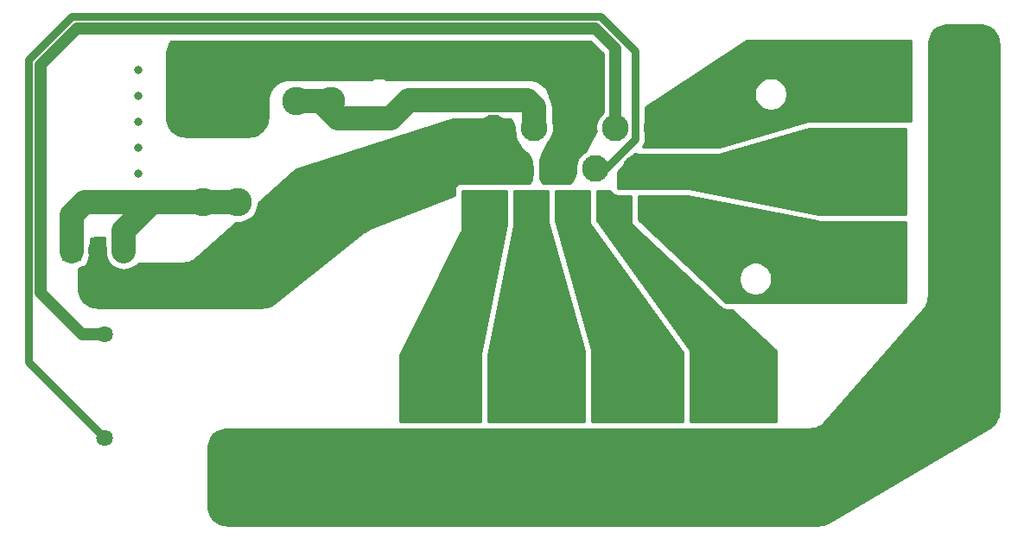
<source format=gbr>
%TF.GenerationSoftware,KiCad,Pcbnew,5.1.7-a382d34a8~88~ubuntu18.04.1*%
%TF.CreationDate,2021-02-25T09:22:48-05:00*%
%TF.ProjectId,LVPDU,4c565044-552e-46b6-9963-61645f706362,rev?*%
%TF.SameCoordinates,Original*%
%TF.FileFunction,Copper,L1,Top*%
%TF.FilePolarity,Positive*%
%FSLAX46Y46*%
G04 Gerber Fmt 4.6, Leading zero omitted, Abs format (unit mm)*
G04 Created by KiCad (PCBNEW 5.1.7-a382d34a8~88~ubuntu18.04.1) date 2021-02-25 09:22:48*
%MOMM*%
%LPD*%
G01*
G04 APERTURE LIST*
%TA.AperFunction,ComponentPad*%
%ADD10O,1.905000X2.000000*%
%TD*%
%TA.AperFunction,ComponentPad*%
%ADD11R,1.905000X2.000000*%
%TD*%
%TA.AperFunction,ComponentPad*%
%ADD12C,2.780000*%
%TD*%
%TA.AperFunction,ComponentPad*%
%ADD13C,2.625000*%
%TD*%
%TA.AperFunction,ComponentPad*%
%ADD14R,2.625000X2.625000*%
%TD*%
%TA.AperFunction,ComponentPad*%
%ADD15C,1.635000*%
%TD*%
%TA.AperFunction,ComponentPad*%
%ADD16O,2.925000X5.850000*%
%TD*%
%TA.AperFunction,ComponentPad*%
%ADD17O,5.340000X2.670000*%
%TD*%
%TA.AperFunction,ViaPad*%
%ADD18C,0.800000*%
%TD*%
%TA.AperFunction,Conductor*%
%ADD19C,2.400000*%
%TD*%
%TA.AperFunction,Conductor*%
%ADD20C,0.800000*%
%TD*%
%TA.AperFunction,Conductor*%
%ADD21C,1.200000*%
%TD*%
%TA.AperFunction,Conductor*%
%ADD22C,0.254000*%
%TD*%
%TA.AperFunction,Conductor*%
%ADD23C,0.100000*%
%TD*%
G04 APERTURE END LIST*
D10*
%TO.P,D1,3*%
%TO.N,/DCDC_Fused*%
X152908000Y-60856000D03*
%TO.P,D1,2*%
%TO.N,/BATT_IN*%
X150368000Y-60856000D03*
D11*
%TO.P,D1,1*%
%TO.N,/DCDC_Fused*%
X147828000Y-60856000D03*
%TD*%
D12*
%TO.P,F9,1*%
%TO.N,/DCDC_IN*%
X164084000Y-46228000D03*
X160684000Y-46228000D03*
%TO.P,F9,2*%
%TO.N,/DCDC_Fused*%
X164084000Y-56148000D03*
X160684000Y-56148000D03*
%TD*%
D13*
%TO.P,J1,14*%
%TO.N,/12V_OUT_2*%
X205104000Y-48832000D03*
%TO.P,J1,13*%
%TO.N,/FROM_BRB*%
X201104000Y-48832000D03*
%TO.P,J1,12*%
%TO.N,/DCDC_IN*%
X197104000Y-48832000D03*
%TO.P,J1,11*%
%TO.N,/TO_BRB*%
X193104000Y-48832000D03*
%TO.P,J1,10*%
%TO.N,/BATT_IN*%
X189104000Y-48832000D03*
%TO.P,J1,9*%
%TO.N,/SHUTDOWN_OUT*%
X203104000Y-52832000D03*
%TO.P,J1,8*%
%TO.N,GND*%
X199104000Y-52832000D03*
%TO.P,J1,7*%
%TO.N,/DCDC_IN*%
X195104000Y-52832000D03*
%TO.P,J1,6*%
%TO.N,/BATT_IN*%
X191104000Y-52832000D03*
%TO.P,J1,5*%
%TO.N,/RINEHART*%
X205104000Y-56832000D03*
%TO.P,J1,4*%
%TO.N,/12V_OUT_1*%
X201104000Y-56832000D03*
%TO.P,J1,3*%
%TO.N,/RADIATOR*%
X197104000Y-56832000D03*
%TO.P,J1,2*%
%TO.N,/DAQ*%
X193104000Y-56832000D03*
D14*
%TO.P,J1,1*%
%TO.N,/PUMP*%
X189104000Y-56832000D03*
%TD*%
D12*
%TO.P,F8,1*%
%TO.N,/TO_BRB*%
X173228000Y-46228000D03*
X169828000Y-46228000D03*
%TO.P,F8,2*%
%TO.N,/BATT_IN*%
X173228000Y-56148000D03*
X169828000Y-56148000D03*
%TD*%
%TO.P,F7,1*%
%TO.N,+12V*%
X235712000Y-45720000D03*
X235712000Y-42320000D03*
%TO.P,F7,2*%
%TO.N,/12V_OUT_2*%
X225792000Y-45720000D03*
X225792000Y-42320000D03*
%TD*%
D15*
%TO.P,K1,1*%
%TO.N,GND*%
X151058000Y-79225000D03*
%TO.P,K1,2*%
%TO.N,/FROM_BRB*%
X151058000Y-69065000D03*
D16*
%TO.P,K1,4*%
%TO.N,+12V*%
X166498000Y-83035000D03*
D17*
%TO.P,K1,3*%
%TO.N,/BATT_IN*%
X163068000Y-64285000D03*
%TD*%
D12*
%TO.P,F6,1*%
%TO.N,+12V*%
X211328000Y-84328000D03*
X214728000Y-84328000D03*
%TO.P,F6,2*%
%TO.N,/12V_OUT_1*%
X211328000Y-74408000D03*
X214728000Y-74408000D03*
%TD*%
%TO.P,F5,1*%
%TO.N,+12V*%
X182372000Y-84328000D03*
X185772000Y-84328000D03*
%TO.P,F5,2*%
%TO.N,/PUMP*%
X182372000Y-74408000D03*
X185772000Y-74408000D03*
%TD*%
%TO.P,F4,1*%
%TO.N,+12V*%
X201676000Y-84328000D03*
X205076000Y-84328000D03*
%TO.P,F4,2*%
%TO.N,/RADIATOR*%
X201676000Y-74408000D03*
X205076000Y-74408000D03*
%TD*%
%TO.P,F3,1*%
%TO.N,+12V*%
X235712000Y-63500000D03*
X235712000Y-60100000D03*
%TO.P,F3,2*%
%TO.N,/RINEHART*%
X225792000Y-63500000D03*
X225792000Y-60100000D03*
%TD*%
%TO.P,F2,1*%
%TO.N,+12V*%
X192024000Y-84328000D03*
X195424000Y-84328000D03*
%TO.P,F2,2*%
%TO.N,/DAQ*%
X192024000Y-74408000D03*
X195424000Y-74408000D03*
%TD*%
%TO.P,F1,1*%
%TO.N,+12V*%
X235712000Y-54356000D03*
X235712000Y-50956000D03*
%TO.P,F1,2*%
%TO.N,/SHUTDOWN_OUT*%
X225792000Y-54356000D03*
X225792000Y-50956000D03*
%TD*%
D18*
%TO.N,*%
X154305000Y-43180000D03*
X154305000Y-45720000D03*
X154305000Y-48260000D03*
X154305000Y-50800000D03*
X154305000Y-53340000D03*
%TO.N,/DCDC_IN*%
X164084000Y-41148000D03*
X166116000Y-41148000D03*
X168148000Y-41148000D03*
X170180000Y-41148000D03*
X172212000Y-41148000D03*
X174244000Y-41148000D03*
X176276000Y-41148000D03*
X178308000Y-41148000D03*
X180340000Y-41148000D03*
X182372000Y-41148000D03*
X184404000Y-41148000D03*
X186436000Y-41148000D03*
X188468000Y-41148000D03*
X190500000Y-41148000D03*
X192532000Y-41148000D03*
X194564000Y-41148000D03*
X196596000Y-41148000D03*
%TO.N,/BATT_IN*%
X183896000Y-49784000D03*
X182372000Y-50292000D03*
X180848000Y-50800000D03*
X179324000Y-51308000D03*
X177800000Y-51816000D03*
X176276000Y-52324000D03*
X183896000Y-51816000D03*
X182372000Y-52324000D03*
X180848000Y-52832000D03*
X179324000Y-53340000D03*
X177800000Y-53848000D03*
X176276000Y-54356000D03*
X150368000Y-65532000D03*
X151892000Y-65532000D03*
X153416000Y-65532000D03*
X154940000Y-65532000D03*
X156464000Y-65532000D03*
%TO.N,+12V*%
X221996000Y-79756000D03*
X223520000Y-78232000D03*
X225044000Y-76708000D03*
X226568000Y-75184000D03*
X228092000Y-73660000D03*
X229616000Y-72136000D03*
X231140000Y-70612000D03*
X232664000Y-69088000D03*
X234696000Y-72644000D03*
X224028000Y-83312000D03*
X230124000Y-77216000D03*
X233172000Y-74168000D03*
X228600000Y-78740000D03*
X225552000Y-81788000D03*
X227076000Y-80264000D03*
X231648000Y-75692000D03*
%TO.N,/SHUTDOWN_OUT*%
X211328000Y-52832000D03*
X213360000Y-52324000D03*
X215392000Y-51816000D03*
X217424000Y-51308000D03*
X219456000Y-50800000D03*
X213360000Y-54356000D03*
X215392000Y-53848000D03*
X217424000Y-53340000D03*
X219456000Y-52832000D03*
%TO.N,/DAQ*%
X194564000Y-60452000D03*
X195072000Y-62484000D03*
X195580000Y-64516000D03*
X196088000Y-66548000D03*
X196596000Y-68580000D03*
X191516000Y-60452000D03*
X191008000Y-62484000D03*
X190500000Y-64516000D03*
X189992000Y-66548000D03*
X189484000Y-68580000D03*
%TO.N,/RINEHART*%
X209296000Y-57404000D03*
X211328000Y-57912000D03*
X213360000Y-58420000D03*
X215392000Y-58928000D03*
X217424000Y-59436000D03*
X219456000Y-59944000D03*
X221488000Y-59944000D03*
X208280000Y-59436000D03*
X210312000Y-59944000D03*
X212344000Y-60452000D03*
X214376000Y-60960000D03*
X221488000Y-61976000D03*
X218948000Y-61976000D03*
X216408000Y-61468000D03*
%TO.N,/RADIATOR*%
X196596000Y-60452000D03*
X197104000Y-62484000D03*
X197612000Y-64516000D03*
X198120000Y-66548000D03*
X198628000Y-68580000D03*
X199136000Y-59944000D03*
X200660000Y-61976000D03*
X202184000Y-64008000D03*
X203708000Y-66040000D03*
X205232000Y-68072000D03*
X206756000Y-70104000D03*
%TO.N,/PUMP*%
X189484000Y-59944000D03*
X188976000Y-62484000D03*
X188468000Y-64516000D03*
X187960000Y-66548000D03*
X187452000Y-68580000D03*
X186436000Y-59944000D03*
X185420000Y-62484000D03*
X184404000Y-64516000D03*
X183388000Y-66548000D03*
X182372000Y-68580000D03*
%TO.N,/12V_OUT_1*%
X202692000Y-59436000D03*
X204216000Y-60960000D03*
X205740000Y-62484000D03*
X207264000Y-64008000D03*
X208788000Y-65532000D03*
X210312000Y-67056000D03*
%TO.N,/12V_OUT_2*%
X208788000Y-45720000D03*
X210820000Y-44196000D03*
X212852000Y-42672000D03*
X215392000Y-41656000D03*
X217932000Y-41656000D03*
X220472000Y-41656000D03*
X208788000Y-47752000D03*
X210820000Y-46228000D03*
X212852000Y-44704000D03*
X215392000Y-43688000D03*
X217932000Y-43688000D03*
X220472000Y-43688000D03*
%TD*%
D19*
%TO.N,/TO_BRB*%
X193104000Y-48832000D02*
X193104000Y-46800000D01*
X173916001Y-47932001D02*
X172212000Y-46228000D01*
X180868503Y-46119499D02*
X179056001Y-47932001D01*
X193104000Y-46800000D02*
X192423499Y-46119499D01*
X179056001Y-47932001D02*
X173916001Y-47932001D01*
X192423499Y-46119499D02*
X180868503Y-46119499D01*
X173228000Y-46228000D02*
X169828000Y-46228000D01*
D20*
%TO.N,GND*%
X199104000Y-52832000D02*
X200152000Y-52832000D01*
X203016501Y-49967499D02*
X203016501Y-41299431D01*
X200152000Y-52832000D02*
X203016501Y-49967499D01*
X199633060Y-37915990D02*
X147838940Y-37915990D01*
X203016501Y-41299431D02*
X199633060Y-37915990D01*
X147838940Y-37915990D02*
X143579990Y-42174940D01*
X143579990Y-71746990D02*
X151058000Y-79225000D01*
X143579990Y-42174940D02*
X143579990Y-71746990D01*
D21*
%TO.N,/FROM_BRB*%
X201104000Y-48832000D02*
X201104000Y-41084000D01*
X201104000Y-41084000D02*
X199136000Y-39116000D01*
X199136000Y-39116000D02*
X148336000Y-39116000D01*
X148336000Y-39116000D02*
X144780000Y-42672000D01*
X144780000Y-42672000D02*
X144780000Y-65024000D01*
X148821000Y-69065000D02*
X151058000Y-69065000D01*
X144780000Y-65024000D02*
X148821000Y-69065000D01*
D19*
%TO.N,/DCDC_Fused*%
X147828000Y-57404000D02*
X147828000Y-60960000D01*
X149084000Y-56148000D02*
X147828000Y-57404000D01*
X152908000Y-58928000D02*
X152908000Y-60960000D01*
X155688000Y-56148000D02*
X152908000Y-58928000D01*
X149084000Y-56148000D02*
X155688000Y-56148000D01*
X155688000Y-56148000D02*
X164084000Y-56148000D01*
%TD*%
D22*
%TO.N,/BATT_IN*%
X190830050Y-48063322D02*
X190969662Y-48288195D01*
X191072596Y-48532049D01*
X191137543Y-48793767D01*
X191156500Y-48907509D01*
X191156500Y-49023812D01*
X191231341Y-49400065D01*
X191243475Y-49429359D01*
X191285360Y-49680669D01*
X191287353Y-49690309D01*
X191361803Y-49991045D01*
X191367996Y-50009718D01*
X191487998Y-50295348D01*
X191497000Y-50312841D01*
X191659676Y-50576510D01*
X191671272Y-50592402D01*
X191872718Y-50827783D01*
X191879403Y-50835009D01*
X192361475Y-51317081D01*
X192525736Y-51504384D01*
X192661829Y-51708062D01*
X192770175Y-51927768D01*
X192848916Y-52159728D01*
X192896707Y-52399989D01*
X192913000Y-52648583D01*
X192913000Y-53434990D01*
X192891374Y-53698452D01*
X192828345Y-53949800D01*
X192725171Y-54187511D01*
X192698384Y-54229000D01*
X185928000Y-54229000D01*
X185804118Y-54241201D01*
X185684996Y-54277336D01*
X185575213Y-54336017D01*
X185478987Y-54414987D01*
X185400017Y-54511213D01*
X185341336Y-54620996D01*
X185305201Y-54740118D01*
X185293000Y-54864000D01*
X185293000Y-55482679D01*
X177017207Y-58701043D01*
X177008542Y-58704790D01*
X176740385Y-58832754D01*
X176724008Y-58842122D01*
X176477769Y-59008401D01*
X176470147Y-59013971D01*
X167601599Y-66015457D01*
X167391869Y-66159390D01*
X167168626Y-66272174D01*
X166932338Y-66354204D01*
X166687240Y-66404012D01*
X166433422Y-66421000D01*
X150340530Y-66421000D01*
X150069496Y-66401615D01*
X149808407Y-66344819D01*
X149558060Y-66251444D01*
X149323555Y-66123395D01*
X149109662Y-65963276D01*
X148920724Y-65774338D01*
X148760605Y-65560445D01*
X148632556Y-65325940D01*
X148539181Y-65075593D01*
X148482385Y-64814504D01*
X148463000Y-64543470D01*
X148463000Y-62684944D01*
X148533622Y-62663521D01*
X148852404Y-62493129D01*
X148860904Y-62486153D01*
X148904982Y-62481812D01*
X149024680Y-62445502D01*
X149134994Y-62386537D01*
X149231685Y-62307185D01*
X149311037Y-62210494D01*
X149370002Y-62100180D01*
X149406312Y-61980482D01*
X149416044Y-61881664D01*
X149531521Y-61665622D01*
X149636448Y-61319723D01*
X149663000Y-61050139D01*
X149663000Y-59693415D01*
X149808407Y-59639181D01*
X150069496Y-59582385D01*
X150340530Y-59563000D01*
X151073000Y-59563000D01*
X151073001Y-61050139D01*
X151099553Y-61319723D01*
X151204480Y-61665622D01*
X151374872Y-61984404D01*
X151604182Y-62263819D01*
X151883597Y-62493129D01*
X152202379Y-62663521D01*
X152548278Y-62768448D01*
X152908000Y-62803878D01*
X153267723Y-62768448D01*
X153613622Y-62663521D01*
X153932404Y-62493129D01*
X154211819Y-62263819D01*
X154343800Y-62103000D01*
X158691242Y-62103000D01*
X158700506Y-62102662D01*
X158991494Y-62081380D01*
X159009823Y-62078684D01*
X159294618Y-62015292D01*
X159312361Y-62009958D01*
X159584902Y-61905804D01*
X159601680Y-61897946D01*
X159856168Y-61755248D01*
X159871624Y-61745032D01*
X160102642Y-61566825D01*
X160109770Y-61560899D01*
X163895015Y-58173000D01*
X164283445Y-58173000D01*
X164674671Y-58095180D01*
X165043197Y-57942532D01*
X165374862Y-57720920D01*
X165656920Y-57438862D01*
X165878532Y-57107197D01*
X166031180Y-56738671D01*
X166109000Y-56347445D01*
X166109000Y-56191422D01*
X169437976Y-53211897D01*
X169646946Y-53049536D01*
X169872548Y-52919920D01*
X170118067Y-52821165D01*
X185160489Y-47954499D01*
X190736175Y-47954499D01*
X190830050Y-48063322D01*
%TA.AperFunction,Conductor*%
D23*
G36*
X190830050Y-48063322D02*
G01*
X190969662Y-48288195D01*
X191072596Y-48532049D01*
X191137543Y-48793767D01*
X191156500Y-48907509D01*
X191156500Y-49023812D01*
X191231341Y-49400065D01*
X191243475Y-49429359D01*
X191285360Y-49680669D01*
X191287353Y-49690309D01*
X191361803Y-49991045D01*
X191367996Y-50009718D01*
X191487998Y-50295348D01*
X191497000Y-50312841D01*
X191659676Y-50576510D01*
X191671272Y-50592402D01*
X191872718Y-50827783D01*
X191879403Y-50835009D01*
X192361475Y-51317081D01*
X192525736Y-51504384D01*
X192661829Y-51708062D01*
X192770175Y-51927768D01*
X192848916Y-52159728D01*
X192896707Y-52399989D01*
X192913000Y-52648583D01*
X192913000Y-53434990D01*
X192891374Y-53698452D01*
X192828345Y-53949800D01*
X192725171Y-54187511D01*
X192698384Y-54229000D01*
X185928000Y-54229000D01*
X185804118Y-54241201D01*
X185684996Y-54277336D01*
X185575213Y-54336017D01*
X185478987Y-54414987D01*
X185400017Y-54511213D01*
X185341336Y-54620996D01*
X185305201Y-54740118D01*
X185293000Y-54864000D01*
X185293000Y-55482679D01*
X177017207Y-58701043D01*
X177008542Y-58704790D01*
X176740385Y-58832754D01*
X176724008Y-58842122D01*
X176477769Y-59008401D01*
X176470147Y-59013971D01*
X167601599Y-66015457D01*
X167391869Y-66159390D01*
X167168626Y-66272174D01*
X166932338Y-66354204D01*
X166687240Y-66404012D01*
X166433422Y-66421000D01*
X150340530Y-66421000D01*
X150069496Y-66401615D01*
X149808407Y-66344819D01*
X149558060Y-66251444D01*
X149323555Y-66123395D01*
X149109662Y-65963276D01*
X148920724Y-65774338D01*
X148760605Y-65560445D01*
X148632556Y-65325940D01*
X148539181Y-65075593D01*
X148482385Y-64814504D01*
X148463000Y-64543470D01*
X148463000Y-62684944D01*
X148533622Y-62663521D01*
X148852404Y-62493129D01*
X148860904Y-62486153D01*
X148904982Y-62481812D01*
X149024680Y-62445502D01*
X149134994Y-62386537D01*
X149231685Y-62307185D01*
X149311037Y-62210494D01*
X149370002Y-62100180D01*
X149406312Y-61980482D01*
X149416044Y-61881664D01*
X149531521Y-61665622D01*
X149636448Y-61319723D01*
X149663000Y-61050139D01*
X149663000Y-59693415D01*
X149808407Y-59639181D01*
X150069496Y-59582385D01*
X150340530Y-59563000D01*
X151073000Y-59563000D01*
X151073001Y-61050139D01*
X151099553Y-61319723D01*
X151204480Y-61665622D01*
X151374872Y-61984404D01*
X151604182Y-62263819D01*
X151883597Y-62493129D01*
X152202379Y-62663521D01*
X152548278Y-62768448D01*
X152908000Y-62803878D01*
X153267723Y-62768448D01*
X153613622Y-62663521D01*
X153932404Y-62493129D01*
X154211819Y-62263819D01*
X154343800Y-62103000D01*
X158691242Y-62103000D01*
X158700506Y-62102662D01*
X158991494Y-62081380D01*
X159009823Y-62078684D01*
X159294618Y-62015292D01*
X159312361Y-62009958D01*
X159584902Y-61905804D01*
X159601680Y-61897946D01*
X159856168Y-61755248D01*
X159871624Y-61745032D01*
X160102642Y-61566825D01*
X160109770Y-61560899D01*
X163895015Y-58173000D01*
X164283445Y-58173000D01*
X164674671Y-58095180D01*
X165043197Y-57942532D01*
X165374862Y-57720920D01*
X165656920Y-57438862D01*
X165878532Y-57107197D01*
X166031180Y-56738671D01*
X166109000Y-56347445D01*
X166109000Y-56191422D01*
X169437976Y-53211897D01*
X169646946Y-53049536D01*
X169872548Y-52919920D01*
X170118067Y-52821165D01*
X185160489Y-47954499D01*
X190736175Y-47954499D01*
X190830050Y-48063322D01*
G37*
%TD.AperFunction*%
%TD*%
D22*
%TO.N,/DCDC_IN*%
X199869001Y-41595555D02*
X199869000Y-47314962D01*
X199862541Y-47319278D01*
X199591278Y-47590541D01*
X199378148Y-47909513D01*
X199231341Y-48263935D01*
X199156500Y-48640188D01*
X199156500Y-49023812D01*
X199170602Y-49094707D01*
X198234338Y-51084267D01*
X198181513Y-51106148D01*
X197862541Y-51319278D01*
X197591278Y-51590541D01*
X197378148Y-51909513D01*
X197231341Y-52263935D01*
X197156500Y-52640188D01*
X197156500Y-53023812D01*
X197205555Y-53270430D01*
X197023427Y-53657452D01*
X196891972Y-53892172D01*
X196731489Y-54102450D01*
X196602931Y-54229000D01*
X194000280Y-54229000D01*
X193942118Y-54160901D01*
X193827616Y-53974051D01*
X193743747Y-53771574D01*
X193692586Y-53558473D01*
X193675000Y-53335017D01*
X193675000Y-52293045D01*
X193697700Y-51999878D01*
X193764128Y-51718485D01*
X193874937Y-51446107D01*
X194466446Y-50263087D01*
X194470492Y-50254149D01*
X194494126Y-50196055D01*
X194616722Y-50073459D01*
X194829852Y-49754487D01*
X194976659Y-49400065D01*
X195051500Y-49023812D01*
X195051500Y-48640188D01*
X194976659Y-48263935D01*
X194939000Y-48173019D01*
X194939000Y-46890141D01*
X194947878Y-46800000D01*
X194912449Y-46440277D01*
X194815141Y-46119499D01*
X194807521Y-46094378D01*
X194648847Y-45797518D01*
X194607084Y-45605539D01*
X194601979Y-45588153D01*
X194502257Y-45320788D01*
X194494729Y-45304305D01*
X194357972Y-45053853D01*
X194348176Y-45038610D01*
X194177168Y-44810171D01*
X194165302Y-44796476D01*
X193963524Y-44594698D01*
X193949829Y-44582832D01*
X193721390Y-44411824D01*
X193706147Y-44402028D01*
X193455695Y-44265271D01*
X193439212Y-44257743D01*
X193171847Y-44158021D01*
X193154461Y-44152916D01*
X192875626Y-44092259D01*
X192857690Y-44089681D01*
X192573060Y-44069324D01*
X192564000Y-44069000D01*
X178644466Y-44069000D01*
X178380912Y-43959832D01*
X178065033Y-43897000D01*
X177742967Y-43897000D01*
X177427088Y-43959832D01*
X177163534Y-44069000D01*
X169132000Y-44069000D01*
X169122940Y-44069324D01*
X168838310Y-44089681D01*
X168820374Y-44092259D01*
X168541539Y-44152916D01*
X168524153Y-44158021D01*
X168256788Y-44257743D01*
X168240305Y-44265271D01*
X167989853Y-44402028D01*
X167974610Y-44411824D01*
X167746171Y-44582832D01*
X167732476Y-44594698D01*
X167530698Y-44796476D01*
X167518832Y-44810171D01*
X167347824Y-45038610D01*
X167338028Y-45053853D01*
X167201271Y-45304305D01*
X167193743Y-45320788D01*
X167094021Y-45588153D01*
X167088916Y-45605539D01*
X167028259Y-45884374D01*
X167025681Y-45902310D01*
X167005324Y-46186940D01*
X167005000Y-46196000D01*
X167005000Y-47779470D01*
X166985615Y-48050504D01*
X166928819Y-48311593D01*
X166835444Y-48561940D01*
X166707395Y-48796445D01*
X166547276Y-49010338D01*
X166358338Y-49199276D01*
X166144445Y-49359395D01*
X165909940Y-49487444D01*
X165659593Y-49580819D01*
X165398504Y-49637615D01*
X165127470Y-49657000D01*
X158976530Y-49657000D01*
X158705496Y-49637615D01*
X158444407Y-49580819D01*
X158194060Y-49487444D01*
X157959555Y-49359395D01*
X157745662Y-49199276D01*
X157556724Y-49010338D01*
X157396605Y-48796445D01*
X157268556Y-48561940D01*
X157175181Y-48311593D01*
X157118385Y-48050504D01*
X157099000Y-47779470D01*
X157099000Y-41628530D01*
X157118385Y-41357496D01*
X157175181Y-41096407D01*
X157268556Y-40846060D01*
X157396605Y-40611555D01*
X157556724Y-40397662D01*
X157603386Y-40351000D01*
X198624447Y-40351000D01*
X199869001Y-41595555D01*
%TA.AperFunction,Conductor*%
D23*
G36*
X199869001Y-41595555D02*
G01*
X199869000Y-47314962D01*
X199862541Y-47319278D01*
X199591278Y-47590541D01*
X199378148Y-47909513D01*
X199231341Y-48263935D01*
X199156500Y-48640188D01*
X199156500Y-49023812D01*
X199170602Y-49094707D01*
X198234338Y-51084267D01*
X198181513Y-51106148D01*
X197862541Y-51319278D01*
X197591278Y-51590541D01*
X197378148Y-51909513D01*
X197231341Y-52263935D01*
X197156500Y-52640188D01*
X197156500Y-53023812D01*
X197205555Y-53270430D01*
X197023427Y-53657452D01*
X196891972Y-53892172D01*
X196731489Y-54102450D01*
X196602931Y-54229000D01*
X194000280Y-54229000D01*
X193942118Y-54160901D01*
X193827616Y-53974051D01*
X193743747Y-53771574D01*
X193692586Y-53558473D01*
X193675000Y-53335017D01*
X193675000Y-52293045D01*
X193697700Y-51999878D01*
X193764128Y-51718485D01*
X193874937Y-51446107D01*
X194466446Y-50263087D01*
X194470492Y-50254149D01*
X194494126Y-50196055D01*
X194616722Y-50073459D01*
X194829852Y-49754487D01*
X194976659Y-49400065D01*
X195051500Y-49023812D01*
X195051500Y-48640188D01*
X194976659Y-48263935D01*
X194939000Y-48173019D01*
X194939000Y-46890141D01*
X194947878Y-46800000D01*
X194912449Y-46440277D01*
X194815141Y-46119499D01*
X194807521Y-46094378D01*
X194648847Y-45797518D01*
X194607084Y-45605539D01*
X194601979Y-45588153D01*
X194502257Y-45320788D01*
X194494729Y-45304305D01*
X194357972Y-45053853D01*
X194348176Y-45038610D01*
X194177168Y-44810171D01*
X194165302Y-44796476D01*
X193963524Y-44594698D01*
X193949829Y-44582832D01*
X193721390Y-44411824D01*
X193706147Y-44402028D01*
X193455695Y-44265271D01*
X193439212Y-44257743D01*
X193171847Y-44158021D01*
X193154461Y-44152916D01*
X192875626Y-44092259D01*
X192857690Y-44089681D01*
X192573060Y-44069324D01*
X192564000Y-44069000D01*
X178644466Y-44069000D01*
X178380912Y-43959832D01*
X178065033Y-43897000D01*
X177742967Y-43897000D01*
X177427088Y-43959832D01*
X177163534Y-44069000D01*
X169132000Y-44069000D01*
X169122940Y-44069324D01*
X168838310Y-44089681D01*
X168820374Y-44092259D01*
X168541539Y-44152916D01*
X168524153Y-44158021D01*
X168256788Y-44257743D01*
X168240305Y-44265271D01*
X167989853Y-44402028D01*
X167974610Y-44411824D01*
X167746171Y-44582832D01*
X167732476Y-44594698D01*
X167530698Y-44796476D01*
X167518832Y-44810171D01*
X167347824Y-45038610D01*
X167338028Y-45053853D01*
X167201271Y-45304305D01*
X167193743Y-45320788D01*
X167094021Y-45588153D01*
X167088916Y-45605539D01*
X167028259Y-45884374D01*
X167025681Y-45902310D01*
X167005324Y-46186940D01*
X167005000Y-46196000D01*
X167005000Y-47779470D01*
X166985615Y-48050504D01*
X166928819Y-48311593D01*
X166835444Y-48561940D01*
X166707395Y-48796445D01*
X166547276Y-49010338D01*
X166358338Y-49199276D01*
X166144445Y-49359395D01*
X165909940Y-49487444D01*
X165659593Y-49580819D01*
X165398504Y-49637615D01*
X165127470Y-49657000D01*
X158976530Y-49657000D01*
X158705496Y-49637615D01*
X158444407Y-49580819D01*
X158194060Y-49487444D01*
X157959555Y-49359395D01*
X157745662Y-49199276D01*
X157556724Y-49010338D01*
X157396605Y-48796445D01*
X157268556Y-48561940D01*
X157175181Y-48311593D01*
X157118385Y-48050504D01*
X157099000Y-47779470D01*
X157099000Y-41628530D01*
X157118385Y-41357496D01*
X157175181Y-41096407D01*
X157268556Y-40846060D01*
X157396605Y-40611555D01*
X157556724Y-40397662D01*
X157603386Y-40351000D01*
X198624447Y-40351000D01*
X199869001Y-41595555D01*
G37*
%TD.AperFunction*%
%TD*%
D22*
%TO.N,/PUMP*%
X190373000Y-58357121D02*
X187845331Y-70995466D01*
X187833000Y-71120000D01*
X187833000Y-77597000D01*
X179959000Y-77597000D01*
X179959000Y-71149980D01*
X186041592Y-58984796D01*
X186050490Y-58961544D01*
X186055000Y-58928000D01*
X186055000Y-54991000D01*
X190373000Y-54991000D01*
X190373000Y-58357121D01*
%TA.AperFunction,Conductor*%
D23*
G36*
X190373000Y-58357121D02*
G01*
X187845331Y-70995466D01*
X187833000Y-71120000D01*
X187833000Y-77597000D01*
X179959000Y-77597000D01*
X179959000Y-71149980D01*
X186041592Y-58984796D01*
X186050490Y-58961544D01*
X186055000Y-58928000D01*
X186055000Y-54991000D01*
X190373000Y-54991000D01*
X190373000Y-58357121D01*
G37*
%TD.AperFunction*%
%TD*%
D22*
%TO.N,/DAQ*%
X194437000Y-57912000D02*
X194460518Y-58083215D01*
X197993000Y-70699222D01*
X197993000Y-77597000D01*
X188595000Y-77597000D01*
X188595000Y-71132577D01*
X191132534Y-58444907D01*
X191135000Y-58420000D01*
X191135000Y-54991000D01*
X194437000Y-54991000D01*
X194437000Y-57912000D01*
%TA.AperFunction,Conductor*%
D23*
G36*
X194437000Y-57912000D02*
G01*
X194460518Y-58083215D01*
X197993000Y-70699222D01*
X197993000Y-77597000D01*
X188595000Y-77597000D01*
X188595000Y-71132577D01*
X191132534Y-58444907D01*
X191135000Y-58420000D01*
X191135000Y-54991000D01*
X194437000Y-54991000D01*
X194437000Y-57912000D01*
G37*
%TD.AperFunction*%
%TD*%
D22*
%TO.N,/RADIATOR*%
X198501000Y-57912000D02*
X198517914Y-58057584D01*
X198558192Y-58175369D01*
X198620676Y-58283034D01*
X207645000Y-70816817D01*
X207645000Y-77597000D01*
X198755000Y-77597000D01*
X198755000Y-70612000D01*
X198750296Y-70577757D01*
X195199000Y-57894557D01*
X195199000Y-54991000D01*
X198501000Y-54991000D01*
X198501000Y-57912000D01*
%TA.AperFunction,Conductor*%
D23*
G36*
X198501000Y-57912000D02*
G01*
X198517914Y-58057584D01*
X198558192Y-58175369D01*
X198620676Y-58283034D01*
X207645000Y-70816817D01*
X207645000Y-77597000D01*
X198755000Y-77597000D01*
X198755000Y-70612000D01*
X198750296Y-70577757D01*
X195199000Y-57894557D01*
X195199000Y-54991000D01*
X198501000Y-54991000D01*
X198501000Y-57912000D01*
G37*
%TD.AperFunction*%
%TD*%
D22*
%TO.N,/12V_OUT_1*%
X200581336Y-55107004D02*
X200640017Y-55216787D01*
X200718987Y-55313013D01*
X200815213Y-55391983D01*
X200924996Y-55450664D01*
X201044118Y-55486799D01*
X201168000Y-55499000D01*
X202565000Y-55499000D01*
X202565000Y-57912000D01*
X202581841Y-58057272D01*
X202622059Y-58175077D01*
X202684488Y-58282773D01*
X202766728Y-58376220D01*
X210378718Y-65480744D01*
X211386987Y-66489013D01*
X211483213Y-66567983D01*
X211592996Y-66626664D01*
X211712118Y-66662799D01*
X211836000Y-66675000D01*
X212477112Y-66675000D01*
X216789000Y-70667489D01*
X216789000Y-77597000D01*
X208407000Y-77597000D01*
X208407000Y-70612000D01*
X208404560Y-70587224D01*
X208397333Y-70563399D01*
X208383065Y-70537793D01*
X199263000Y-57871036D01*
X199263000Y-54991000D01*
X200546147Y-54991000D01*
X200581336Y-55107004D01*
%TA.AperFunction,Conductor*%
D23*
G36*
X200581336Y-55107004D02*
G01*
X200640017Y-55216787D01*
X200718987Y-55313013D01*
X200815213Y-55391983D01*
X200924996Y-55450664D01*
X201044118Y-55486799D01*
X201168000Y-55499000D01*
X202565000Y-55499000D01*
X202565000Y-57912000D01*
X202581841Y-58057272D01*
X202622059Y-58175077D01*
X202684488Y-58282773D01*
X202766728Y-58376220D01*
X210378718Y-65480744D01*
X211386987Y-66489013D01*
X211483213Y-66567983D01*
X211592996Y-66626664D01*
X211712118Y-66662799D01*
X211836000Y-66675000D01*
X212477112Y-66675000D01*
X216789000Y-70667489D01*
X216789000Y-77597000D01*
X208407000Y-77597000D01*
X208407000Y-70612000D01*
X208404560Y-70587224D01*
X208397333Y-70563399D01*
X208383065Y-70537793D01*
X199263000Y-57871036D01*
X199263000Y-54991000D01*
X200546147Y-54991000D01*
X200581336Y-55107004D01*
G37*
%TD.AperFunction*%
%TD*%
D22*
%TO.N,/RINEHART*%
X220855466Y-58026669D02*
X220980000Y-58039000D01*
X229489000Y-58039000D01*
X229489000Y-65913000D01*
X211888606Y-65913000D01*
X210909803Y-64934197D01*
X210906654Y-64931156D01*
X209342166Y-63470967D01*
X213169000Y-63470967D01*
X213169000Y-63793033D01*
X213231832Y-64108912D01*
X213355082Y-64406463D01*
X213534013Y-64674252D01*
X213761748Y-64901987D01*
X214029537Y-65080918D01*
X214327088Y-65204168D01*
X214642967Y-65267000D01*
X214965033Y-65267000D01*
X215280912Y-65204168D01*
X215578463Y-65080918D01*
X215846252Y-64901987D01*
X216073987Y-64674252D01*
X216252918Y-64406463D01*
X216376168Y-64108912D01*
X216439000Y-63793033D01*
X216439000Y-63470967D01*
X216376168Y-63155088D01*
X216252918Y-62857537D01*
X216073987Y-62589748D01*
X215846252Y-62362013D01*
X215578463Y-62183082D01*
X215280912Y-62059832D01*
X214965033Y-61997000D01*
X214642967Y-61997000D01*
X214327088Y-62059832D01*
X214029537Y-62183082D01*
X213761748Y-62362013D01*
X213534013Y-62589748D01*
X213355082Y-62857537D01*
X213231832Y-63155088D01*
X213169000Y-63470967D01*
X209342166Y-63470967D01*
X203327000Y-57856812D01*
X203327000Y-55499000D01*
X208217121Y-55499000D01*
X220855466Y-58026669D01*
%TA.AperFunction,Conductor*%
D23*
G36*
X220855466Y-58026669D02*
G01*
X220980000Y-58039000D01*
X229489000Y-58039000D01*
X229489000Y-65913000D01*
X211888606Y-65913000D01*
X210909803Y-64934197D01*
X210906654Y-64931156D01*
X209342166Y-63470967D01*
X213169000Y-63470967D01*
X213169000Y-63793033D01*
X213231832Y-64108912D01*
X213355082Y-64406463D01*
X213534013Y-64674252D01*
X213761748Y-64901987D01*
X214029537Y-65080918D01*
X214327088Y-65204168D01*
X214642967Y-65267000D01*
X214965033Y-65267000D01*
X215280912Y-65204168D01*
X215578463Y-65080918D01*
X215846252Y-64901987D01*
X216073987Y-64674252D01*
X216252918Y-64406463D01*
X216376168Y-64108912D01*
X216439000Y-63793033D01*
X216439000Y-63470967D01*
X216376168Y-63155088D01*
X216252918Y-62857537D01*
X216073987Y-62589748D01*
X215846252Y-62362013D01*
X215578463Y-62183082D01*
X215280912Y-62059832D01*
X214965033Y-61997000D01*
X214642967Y-61997000D01*
X214327088Y-62059832D01*
X214029537Y-62183082D01*
X213761748Y-62362013D01*
X213534013Y-62589748D01*
X213355082Y-62857537D01*
X213231832Y-63155088D01*
X213169000Y-63470967D01*
X209342166Y-63470967D01*
X203327000Y-57856812D01*
X203327000Y-55499000D01*
X208217121Y-55499000D01*
X220855466Y-58026669D01*
G37*
%TD.AperFunction*%
%TD*%
D22*
%TO.N,/12V_OUT_2*%
X229997000Y-48133000D02*
X219964000Y-48133000D01*
X219928165Y-48138161D01*
X211309712Y-50673000D01*
X203776431Y-50673000D01*
X203870931Y-50557852D01*
X203881235Y-50545297D01*
X203977341Y-50365493D01*
X203977342Y-50365492D01*
X204036525Y-50170394D01*
X204051501Y-50018337D01*
X204051501Y-50018328D01*
X204056507Y-49967500D01*
X204051501Y-49916672D01*
X204051501Y-46828967D01*
X206238501Y-45370967D01*
X214669000Y-45370967D01*
X214669000Y-45693033D01*
X214731832Y-46008912D01*
X214855082Y-46306463D01*
X215034013Y-46574252D01*
X215261748Y-46801987D01*
X215529537Y-46980918D01*
X215827088Y-47104168D01*
X216142967Y-47167000D01*
X216465033Y-47167000D01*
X216780912Y-47104168D01*
X217078463Y-46980918D01*
X217346252Y-46801987D01*
X217573987Y-46574252D01*
X217752918Y-46306463D01*
X217876168Y-46008912D01*
X217939000Y-45693033D01*
X217939000Y-45370967D01*
X217876168Y-45055088D01*
X217752918Y-44757537D01*
X217573987Y-44489748D01*
X217346252Y-44262013D01*
X217078463Y-44083082D01*
X216780912Y-43959832D01*
X216465033Y-43897000D01*
X216142967Y-43897000D01*
X215827088Y-43959832D01*
X215529537Y-44083082D01*
X215261748Y-44262013D01*
X215034013Y-44489748D01*
X214855082Y-44757537D01*
X214731832Y-45055088D01*
X214669000Y-45370967D01*
X206238501Y-45370967D01*
X213906452Y-40259000D01*
X229997000Y-40259000D01*
X229997000Y-48133000D01*
%TA.AperFunction,Conductor*%
D23*
G36*
X229997000Y-48133000D02*
G01*
X219964000Y-48133000D01*
X219928165Y-48138161D01*
X211309712Y-50673000D01*
X203776431Y-50673000D01*
X203870931Y-50557852D01*
X203881235Y-50545297D01*
X203977341Y-50365493D01*
X203977342Y-50365492D01*
X204036525Y-50170394D01*
X204051501Y-50018337D01*
X204051501Y-50018328D01*
X204056507Y-49967500D01*
X204051501Y-49916672D01*
X204051501Y-46828967D01*
X206238501Y-45370967D01*
X214669000Y-45370967D01*
X214669000Y-45693033D01*
X214731832Y-46008912D01*
X214855082Y-46306463D01*
X215034013Y-46574252D01*
X215261748Y-46801987D01*
X215529537Y-46980918D01*
X215827088Y-47104168D01*
X216142967Y-47167000D01*
X216465033Y-47167000D01*
X216780912Y-47104168D01*
X217078463Y-46980918D01*
X217346252Y-46801987D01*
X217573987Y-46574252D01*
X217752918Y-46306463D01*
X217876168Y-46008912D01*
X217939000Y-45693033D01*
X217939000Y-45370967D01*
X217876168Y-45055088D01*
X217752918Y-44757537D01*
X217573987Y-44489748D01*
X217346252Y-44262013D01*
X217078463Y-44083082D01*
X216780912Y-43959832D01*
X216465033Y-43897000D01*
X216142967Y-43897000D01*
X215827088Y-43959832D01*
X215529537Y-44083082D01*
X215261748Y-44262013D01*
X215034013Y-44489748D01*
X214855082Y-44757537D01*
X214731832Y-45055088D01*
X214669000Y-45370967D01*
X206238501Y-45370967D01*
X213906452Y-40259000D01*
X229997000Y-40259000D01*
X229997000Y-48133000D01*
G37*
%TD.AperFunction*%
%TD*%
D22*
%TO.N,/SHUTDOWN_OUT*%
X229489000Y-57277000D02*
X220992577Y-57277000D01*
X208304907Y-54739466D01*
X208280000Y-54737000D01*
X201295000Y-54737000D01*
X201295000Y-53152710D01*
X203036830Y-51410881D01*
X203076118Y-51422799D01*
X203200000Y-51435000D01*
X211328000Y-51435000D01*
X211507176Y-51409197D01*
X220055446Y-48895000D01*
X229489000Y-48895000D01*
X229489000Y-57277000D01*
%TA.AperFunction,Conductor*%
D23*
G36*
X229489000Y-57277000D02*
G01*
X220992577Y-57277000D01*
X208304907Y-54739466D01*
X208280000Y-54737000D01*
X201295000Y-54737000D01*
X201295000Y-53152710D01*
X203036830Y-51410881D01*
X203076118Y-51422799D01*
X203200000Y-51435000D01*
X211328000Y-51435000D01*
X211507176Y-51409197D01*
X220055446Y-48895000D01*
X229489000Y-48895000D01*
X229489000Y-57277000D01*
G37*
%TD.AperFunction*%
%TD*%
D22*
%TO.N,+12V*%
X237026504Y-38754385D02*
X237287593Y-38811181D01*
X237537940Y-38904556D01*
X237772445Y-39032605D01*
X237986338Y-39192724D01*
X238175276Y-39381662D01*
X238335395Y-39595555D01*
X238463444Y-39830060D01*
X238556819Y-40080407D01*
X238613615Y-40341496D01*
X238633000Y-40612530D01*
X238633000Y-76575398D01*
X238612056Y-76857060D01*
X238550729Y-77127926D01*
X238450019Y-77386739D01*
X238312137Y-77627814D01*
X238140117Y-77845847D01*
X237937750Y-78036034D01*
X237705588Y-78196898D01*
X221896669Y-87496263D01*
X221670568Y-87609769D01*
X221435429Y-87690923D01*
X221191594Y-87740196D01*
X220939154Y-87757000D01*
X163040530Y-87757000D01*
X162769496Y-87737615D01*
X162508407Y-87680819D01*
X162258060Y-87587444D01*
X162023555Y-87459395D01*
X161809662Y-87299276D01*
X161620724Y-87110338D01*
X161460605Y-86896445D01*
X161332556Y-86661940D01*
X161239181Y-86411593D01*
X161182385Y-86150504D01*
X161163000Y-85879470D01*
X161163000Y-80236530D01*
X161182385Y-79965496D01*
X161239181Y-79704407D01*
X161332556Y-79454060D01*
X161460605Y-79219555D01*
X161620724Y-79005662D01*
X161809662Y-78816724D01*
X162023555Y-78656605D01*
X162258060Y-78528556D01*
X162508407Y-78435181D01*
X162769496Y-78378385D01*
X163040530Y-78359000D01*
X220072464Y-78359000D01*
X220081473Y-78358680D01*
X220364508Y-78338551D01*
X220382345Y-78336001D01*
X220659683Y-78276021D01*
X220676979Y-78270973D01*
X220943038Y-78172348D01*
X220959446Y-78164902D01*
X221208870Y-78029617D01*
X221224059Y-78019925D01*
X221451828Y-77850704D01*
X221465493Y-77838959D01*
X221667021Y-77639208D01*
X221673194Y-77632639D01*
X231248730Y-66689169D01*
X231254490Y-66682089D01*
X231427652Y-66452857D01*
X231437574Y-66437548D01*
X231576107Y-66185871D01*
X231583733Y-66169299D01*
X231684778Y-65900372D01*
X231689951Y-65882879D01*
X231751425Y-65602248D01*
X231754039Y-65584193D01*
X231774672Y-65297651D01*
X231775000Y-65288530D01*
X231775000Y-40612530D01*
X231794385Y-40341496D01*
X231851181Y-40080407D01*
X231944556Y-39830060D01*
X232072605Y-39595555D01*
X232232724Y-39381662D01*
X232421662Y-39192724D01*
X232635555Y-39032605D01*
X232870060Y-38904556D01*
X233120407Y-38811181D01*
X233381496Y-38754385D01*
X233652530Y-38735000D01*
X236755470Y-38735000D01*
X237026504Y-38754385D01*
%TA.AperFunction,Conductor*%
D23*
G36*
X237026504Y-38754385D02*
G01*
X237287593Y-38811181D01*
X237537940Y-38904556D01*
X237772445Y-39032605D01*
X237986338Y-39192724D01*
X238175276Y-39381662D01*
X238335395Y-39595555D01*
X238463444Y-39830060D01*
X238556819Y-40080407D01*
X238613615Y-40341496D01*
X238633000Y-40612530D01*
X238633000Y-76575398D01*
X238612056Y-76857060D01*
X238550729Y-77127926D01*
X238450019Y-77386739D01*
X238312137Y-77627814D01*
X238140117Y-77845847D01*
X237937750Y-78036034D01*
X237705588Y-78196898D01*
X221896669Y-87496263D01*
X221670568Y-87609769D01*
X221435429Y-87690923D01*
X221191594Y-87740196D01*
X220939154Y-87757000D01*
X163040530Y-87757000D01*
X162769496Y-87737615D01*
X162508407Y-87680819D01*
X162258060Y-87587444D01*
X162023555Y-87459395D01*
X161809662Y-87299276D01*
X161620724Y-87110338D01*
X161460605Y-86896445D01*
X161332556Y-86661940D01*
X161239181Y-86411593D01*
X161182385Y-86150504D01*
X161163000Y-85879470D01*
X161163000Y-80236530D01*
X161182385Y-79965496D01*
X161239181Y-79704407D01*
X161332556Y-79454060D01*
X161460605Y-79219555D01*
X161620724Y-79005662D01*
X161809662Y-78816724D01*
X162023555Y-78656605D01*
X162258060Y-78528556D01*
X162508407Y-78435181D01*
X162769496Y-78378385D01*
X163040530Y-78359000D01*
X220072464Y-78359000D01*
X220081473Y-78358680D01*
X220364508Y-78338551D01*
X220382345Y-78336001D01*
X220659683Y-78276021D01*
X220676979Y-78270973D01*
X220943038Y-78172348D01*
X220959446Y-78164902D01*
X221208870Y-78029617D01*
X221224059Y-78019925D01*
X221451828Y-77850704D01*
X221465493Y-77838959D01*
X221667021Y-77639208D01*
X221673194Y-77632639D01*
X231248730Y-66689169D01*
X231254490Y-66682089D01*
X231427652Y-66452857D01*
X231437574Y-66437548D01*
X231576107Y-66185871D01*
X231583733Y-66169299D01*
X231684778Y-65900372D01*
X231689951Y-65882879D01*
X231751425Y-65602248D01*
X231754039Y-65584193D01*
X231774672Y-65297651D01*
X231775000Y-65288530D01*
X231775000Y-40612530D01*
X231794385Y-40341496D01*
X231851181Y-40080407D01*
X231944556Y-39830060D01*
X232072605Y-39595555D01*
X232232724Y-39381662D01*
X232421662Y-39192724D01*
X232635555Y-39032605D01*
X232870060Y-38904556D01*
X233120407Y-38811181D01*
X233381496Y-38754385D01*
X233652530Y-38735000D01*
X236755470Y-38735000D01*
X237026504Y-38754385D01*
G37*
%TD.AperFunction*%
%TD*%
M02*

</source>
